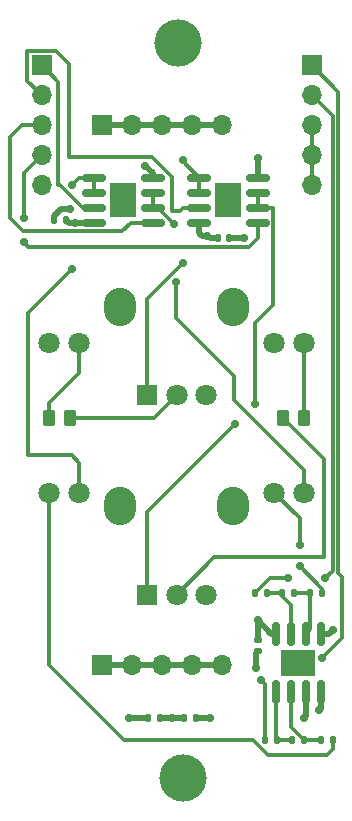
<source format=gbr>
%TF.GenerationSoftware,KiCad,Pcbnew,8.0.5*%
%TF.CreationDate,2024-11-14T15:36:57+05:30*%
%TF.ProjectId,v2ca,76326361-2e6b-4696-9361-645f70636258,rev?*%
%TF.SameCoordinates,Original*%
%TF.FileFunction,Copper,L1,Top*%
%TF.FilePolarity,Positive*%
%FSLAX46Y46*%
G04 Gerber Fmt 4.6, Leading zero omitted, Abs format (unit mm)*
G04 Created by KiCad (PCBNEW 8.0.5) date 2024-11-14 15:36:57*
%MOMM*%
%LPD*%
G01*
G04 APERTURE LIST*
G04 Aperture macros list*
%AMRoundRect*
0 Rectangle with rounded corners*
0 $1 Rounding radius*
0 $2 $3 $4 $5 $6 $7 $8 $9 X,Y pos of 4 corners*
0 Add a 4 corners polygon primitive as box body*
4,1,4,$2,$3,$4,$5,$6,$7,$8,$9,$2,$3,0*
0 Add four circle primitives for the rounded corners*
1,1,$1+$1,$2,$3*
1,1,$1+$1,$4,$5*
1,1,$1+$1,$6,$7*
1,1,$1+$1,$8,$9*
0 Add four rect primitives between the rounded corners*
20,1,$1+$1,$2,$3,$4,$5,0*
20,1,$1+$1,$4,$5,$6,$7,0*
20,1,$1+$1,$6,$7,$8,$9,0*
20,1,$1+$1,$8,$9,$2,$3,0*%
G04 Aperture macros list end*
%TA.AperFunction,SMDPad,CuDef*%
%ADD10RoundRect,0.150000X-0.825000X-0.150000X0.825000X-0.150000X0.825000X0.150000X-0.825000X0.150000X0*%
%TD*%
%TA.AperFunction,HeatsinkPad*%
%ADD11R,2.290000X3.000000*%
%TD*%
%TA.AperFunction,ComponentPad*%
%ADD12C,1.800000*%
%TD*%
%TA.AperFunction,SMDPad,CuDef*%
%ADD13RoundRect,0.150000X0.150000X-0.825000X0.150000X0.825000X-0.150000X0.825000X-0.150000X-0.825000X0*%
%TD*%
%TA.AperFunction,HeatsinkPad*%
%ADD14R,3.000000X2.290000*%
%TD*%
%TA.AperFunction,ComponentPad*%
%ADD15R,1.800000X1.800000*%
%TD*%
%TA.AperFunction,ComponentPad*%
%ADD16O,2.720000X3.240000*%
%TD*%
%TA.AperFunction,SMDPad,CuDef*%
%ADD17RoundRect,0.135000X0.135000X0.185000X-0.135000X0.185000X-0.135000X-0.185000X0.135000X-0.185000X0*%
%TD*%
%TA.AperFunction,SMDPad,CuDef*%
%ADD18RoundRect,0.250000X-0.262500X-0.450000X0.262500X-0.450000X0.262500X0.450000X-0.262500X0.450000X0*%
%TD*%
%TA.AperFunction,SMDPad,CuDef*%
%ADD19RoundRect,0.250000X0.262500X0.450000X-0.262500X0.450000X-0.262500X-0.450000X0.262500X-0.450000X0*%
%TD*%
%TA.AperFunction,ComponentPad*%
%ADD20R,1.700000X1.700000*%
%TD*%
%TA.AperFunction,ComponentPad*%
%ADD21O,1.700000X1.700000*%
%TD*%
%TA.AperFunction,SMDPad,CuDef*%
%ADD22RoundRect,0.140000X-0.140000X-0.170000X0.140000X-0.170000X0.140000X0.170000X-0.140000X0.170000X0*%
%TD*%
%TA.AperFunction,SMDPad,CuDef*%
%ADD23RoundRect,0.140000X0.140000X0.170000X-0.140000X0.170000X-0.140000X-0.170000X0.140000X-0.170000X0*%
%TD*%
%TA.AperFunction,SMDPad,CuDef*%
%ADD24RoundRect,0.140000X-0.170000X0.140000X-0.170000X-0.140000X0.170000X-0.140000X0.170000X0.140000X0*%
%TD*%
%TA.AperFunction,ViaPad*%
%ADD25C,0.700000*%
%TD*%
%TA.AperFunction,ViaPad*%
%ADD26C,4.000000*%
%TD*%
%TA.AperFunction,Conductor*%
%ADD27C,0.300000*%
%TD*%
%TA.AperFunction,Conductor*%
%ADD28C,0.500000*%
%TD*%
G04 APERTURE END LIST*
D10*
%TO.P,U5,1*%
%TO.N,Net-(U5A--)*%
X55245000Y-55245000D03*
%TO.P,U5,2,-*%
X55245000Y-56515000D03*
%TO.P,U5,3,+*%
%TO.N,V1_IN*%
X55245000Y-57785000D03*
%TO.P,U5,4,V-*%
%TO.N,GND*%
X55245000Y-59055000D03*
%TO.P,U5,5,+*%
%TO.N,V2_IN*%
X60195000Y-59055000D03*
%TO.P,U5,6,-*%
%TO.N,Net-(U5B--)*%
X60195000Y-57785000D03*
%TO.P,U5,7*%
X60195000Y-56515000D03*
%TO.P,U5,8,V+*%
%TO.N,+5V*%
X60195000Y-55245000D03*
D11*
%TO.P,U5,9*%
%TO.N,N/C*%
X57720000Y-57150000D03*
%TD*%
D10*
%TO.P,U4,1*%
%TO.N,Net-(U4A--)*%
X64135000Y-55245000D03*
%TO.P,U4,2,-*%
X64135000Y-56515000D03*
%TO.P,U4,3,+*%
%TO.N,CV1_IN*%
X64135000Y-57785000D03*
%TO.P,U4,4,V-*%
%TO.N,GND*%
X64135000Y-59055000D03*
%TO.P,U4,5,+*%
%TO.N,CV2_IN*%
X69085000Y-59055000D03*
%TO.P,U4,6,-*%
%TO.N,Net-(U4B--)*%
X69085000Y-57785000D03*
%TO.P,U4,7*%
X69085000Y-56515000D03*
%TO.P,U4,8,V+*%
%TO.N,+5V*%
X69085000Y-55245000D03*
D11*
%TO.P,U4,9*%
%TO.N,N/C*%
X66610000Y-57150000D03*
%TD*%
D12*
%TO.P,U3,1,-*%
%TO.N,GND*%
X70485000Y-69215000D03*
%TO.P,U3,2,+*%
%TO.N,Net-(U3-+)*%
X73025000Y-69215000D03*
%TO.P,U3,3*%
%TO.N,Net-(R9-Pad1)*%
X70485000Y-81915000D03*
%TO.P,U3,4*%
%TO.N,Net-(U5B--)*%
X73025000Y-81915000D03*
%TD*%
D13*
%TO.P,U2,1*%
%TO.N,Net-(R2-Pad1)*%
X70600000Y-98803000D03*
%TO.P,U2,2,-*%
%TO.N,Net-(U2A--)*%
X71870000Y-98803000D03*
%TO.P,U2,3,+*%
%TO.N,+2.5V*%
X73140000Y-98803000D03*
%TO.P,U2,4,V-*%
%TO.N,GND*%
X74410000Y-98803000D03*
%TO.P,U2,5,+*%
%TO.N,+2.5V*%
X74410000Y-93853000D03*
%TO.P,U2,6,-*%
%TO.N,Net-(U2B--)*%
X73140000Y-93853000D03*
%TO.P,U2,7*%
%TO.N,Net-(R10-Pad2)*%
X71870000Y-93853000D03*
%TO.P,U2,8,V+*%
%TO.N,+5V*%
X70600000Y-93853000D03*
D14*
%TO.P,U2,9*%
%TO.N,N/C*%
X72505000Y-96328000D03*
%TD*%
D12*
%TO.P,U1,1,-*%
%TO.N,GND*%
X51435000Y-69215000D03*
%TO.P,U1,2,+*%
%TO.N,Net-(U1-+)*%
X53975000Y-69215000D03*
%TO.P,U1,3*%
%TO.N,Net-(R3-Pad1)*%
X51435000Y-81915000D03*
%TO.P,U1,4*%
%TO.N,Net-(U5A--)*%
X53975000Y-81915000D03*
%TD*%
D15*
%TO.P,RV2,1,1*%
%TO.N,Net-(U4B--)*%
X59730000Y-90561000D03*
D12*
%TO.P,RV2,3,3*%
%TO.N,unconnected-(RV2-Pad3)*%
X64730000Y-90561000D03*
%TO.P,RV2,2,2*%
%TO.N,Net-(R7-Pad1)*%
X62230000Y-90561000D03*
D16*
%TO.P,RV2,*%
%TO.N,*%
X67030000Y-83061000D03*
X57430000Y-83061000D03*
%TD*%
D15*
%TO.P,RV1,1,1*%
%TO.N,Net-(U4A--)*%
X59730000Y-73670000D03*
D12*
%TO.P,RV1,3,3*%
%TO.N,unconnected-(RV1-Pad3)*%
X64730000Y-73670000D03*
%TO.P,RV1,2,2*%
%TO.N,Net-(R1-Pad1)*%
X62230000Y-73670000D03*
D16*
%TO.P,RV1,*%
%TO.N,*%
X67030000Y-66170000D03*
X57430000Y-66170000D03*
%TD*%
D17*
%TO.P,R10,1*%
%TO.N,Net-(U2B--)*%
X72140000Y-90424000D03*
%TO.P,R10,2*%
%TO.N,Net-(R10-Pad2)*%
X71120000Y-90424000D03*
%TD*%
%TO.P,R9,1*%
%TO.N,Net-(R9-Pad1)*%
X74551000Y-90424000D03*
%TO.P,R9,2*%
%TO.N,Net-(U2B--)*%
X73531000Y-90424000D03*
%TD*%
%TO.P,R8,1*%
%TO.N,Net-(R10-Pad2)*%
X69852000Y-90424000D03*
%TO.P,R8,2*%
%TO.N,V2_OUT*%
X68832000Y-90424000D03*
%TD*%
D18*
%TO.P,R7,1*%
%TO.N,Net-(R7-Pad1)*%
X71200000Y-75565000D03*
%TO.P,R7,2*%
%TO.N,Net-(U3-+)*%
X73025000Y-75565000D03*
%TD*%
D17*
%TO.P,R6,2*%
%TO.N,GND*%
X59817000Y-100965000D03*
%TO.P,R6,1*%
%TO.N,+2.5V*%
X60837000Y-100965000D03*
%TD*%
%TO.P,R5,2*%
%TO.N,+2.5V*%
X62863000Y-100965000D03*
%TO.P,R5,1*%
%TO.N,+5V*%
X63883000Y-100965000D03*
%TD*%
%TO.P,R4,1*%
%TO.N,Net-(U2A--)*%
X73025000Y-102870000D03*
%TO.P,R4,2*%
%TO.N,Net-(R2-Pad1)*%
X72005000Y-102870000D03*
%TD*%
%TO.P,R3,2*%
%TO.N,Net-(U2A--)*%
X74418000Y-102870000D03*
%TO.P,R3,1*%
%TO.N,Net-(R3-Pad1)*%
X75438000Y-102870000D03*
%TD*%
%TO.P,R2,1*%
%TO.N,Net-(R2-Pad1)*%
X70715000Y-102867000D03*
%TO.P,R2,2*%
%TO.N,V1_OUT*%
X69695000Y-102867000D03*
%TD*%
D19*
%TO.P,R1,1*%
%TO.N,Net-(R1-Pad1)*%
X53236500Y-75565000D03*
%TO.P,R1,2*%
%TO.N,Net-(U1-+)*%
X51411500Y-75565000D03*
%TD*%
D20*
%TO.P,OUTPUT1,1,Pin_1*%
%TO.N,V1_OUT*%
X73660000Y-45720000D03*
D21*
%TO.P,OUTPUT1,2,Pin_2*%
%TO.N,V2_OUT*%
X73660000Y-48260000D03*
%TO.P,OUTPUT1,3,Pin_3*%
%TO.N,Net-(OUTPUT1-Pin_3)*%
X73660000Y-50800000D03*
%TO.P,OUTPUT1,4,Pin_4*%
X73660000Y-53340000D03*
%TO.P,OUTPUT1,5,Pin_5*%
X73660000Y-55880000D03*
%TD*%
D22*
%TO.P,C3,1*%
%TO.N,+5V*%
X51872000Y-58801000D03*
%TO.P,C3,2*%
%TO.N,GND*%
X52832000Y-58801000D03*
%TD*%
D23*
%TO.P,C2,1*%
%TO.N,+5V*%
X66675000Y-60325000D03*
%TO.P,C2,2*%
%TO.N,GND*%
X65715000Y-60325000D03*
%TD*%
D24*
%TO.P,C1,1*%
%TO.N,+5V*%
X69088000Y-94361000D03*
%TO.P,C1,2*%
%TO.N,GND*%
X69088000Y-95321000D03*
%TD*%
D20*
%TO.P,INPUT1,1,Pin_1*%
%TO.N,V1_IN*%
X50800000Y-45720000D03*
D21*
%TO.P,INPUT1,2,Pin_2*%
%TO.N,CV1_IN*%
X50800000Y-48260000D03*
%TO.P,INPUT1,3,Pin_3*%
%TO.N,V2_IN*%
X50800000Y-50800000D03*
%TO.P,INPUT1,4,Pin_4*%
%TO.N,CV2_IN*%
X50800000Y-53340000D03*
%TO.P,INPUT1,5,Pin_5*%
%TO.N,unconnected-(INPUT1-Pin_5-Pad5)*%
X50800000Y-55880000D03*
%TD*%
D20*
%TO.P,GND1,1,Pin_1*%
%TO.N,GND*%
X55880000Y-96520000D03*
D21*
%TO.P,GND1,2,Pin_2*%
X58420000Y-96520000D03*
%TO.P,GND1,3,Pin_3*%
X60960000Y-96520000D03*
%TO.P,GND1,4,Pin_4*%
X63500000Y-96520000D03*
%TO.P,GND1,5,Pin_5*%
X66040000Y-96520000D03*
%TD*%
D20*
%TO.P,5V1,1,Pin_1*%
%TO.N,+5V*%
X55880000Y-50800000D03*
D21*
%TO.P,5V1,2,Pin_2*%
X58420000Y-50800000D03*
%TO.P,5V1,3,Pin_3*%
X60960000Y-50800000D03*
%TO.P,5V1,4,Pin_4*%
X63500000Y-50800000D03*
%TO.P,5V1,5,Pin_5*%
X66040000Y-50800000D03*
%TD*%
D25*
%TO.N,+2.5V*%
X73025000Y-100965000D03*
X75500000Y-93510000D03*
%TO.N,GND*%
X58166000Y-100965000D03*
%TO.N,+5V*%
X65024000Y-100965000D03*
%TO.N,+2.5V*%
X61849000Y-100965000D03*
%TO.N,GND*%
X68961000Y-96774000D03*
X74295000Y-100330000D03*
%TO.N,+5V*%
X69088000Y-92710000D03*
X53213000Y-57912000D03*
%TO.N,GND*%
X53594000Y-59055000D03*
%TO.N,+5V*%
X59563000Y-54229000D03*
X67945000Y-60325000D03*
%TO.N,GND*%
X64770000Y-60198000D03*
%TO.N,+5V*%
X69088000Y-53594000D03*
%TO.N,Net-(U4B--)*%
X68834000Y-74422000D03*
X67183000Y-76073000D03*
%TO.N,V1_OUT*%
X74555002Y-95885000D03*
X69380000Y-97790000D03*
%TO.N,V2_OUT*%
X74803000Y-89154000D03*
X71628000Y-89154000D03*
%TO.N,Net-(R9-Pad1)*%
X72644000Y-88138000D03*
X72644000Y-86360000D03*
%TO.N,Net-(U5B--)*%
X62038000Y-59182000D03*
X62153475Y-64058475D03*
%TO.N,Net-(U4A--)*%
X62738000Y-53721000D03*
X62738000Y-62484000D03*
%TO.N,Net-(U5A--)*%
X53340000Y-62992000D03*
X53347476Y-55872524D03*
%TO.N,CV2_IN*%
X49276000Y-58674000D03*
X49276000Y-60706000D03*
D26*
%TO.N,*%
X62377580Y-43815000D03*
X62377580Y-43815000D03*
X62784908Y-106045000D03*
X62377580Y-43815000D03*
X62377580Y-43815000D03*
%TD*%
D27*
%TO.N,Net-(U5A--)*%
X53340000Y-62992000D02*
X49657000Y-66675000D01*
X49657000Y-66675000D02*
X49657000Y-78740000D01*
X49657000Y-78740000D02*
X53340000Y-78740000D01*
X53340000Y-78740000D02*
X53975000Y-79375000D01*
X53975000Y-79375000D02*
X53975000Y-81915000D01*
%TO.N,Net-(U1-+)*%
X51411500Y-75565000D02*
X51411500Y-74318500D01*
X51411500Y-74318500D02*
X53975000Y-71755000D01*
X53975000Y-71755000D02*
X53975000Y-69215000D01*
%TO.N,Net-(R3-Pad1)*%
X68688366Y-102870000D02*
X69958366Y-104140000D01*
X51435000Y-96520000D02*
X57785000Y-102870000D01*
X51435000Y-81915000D02*
X51435000Y-96520000D01*
X57785000Y-102870000D02*
X68688366Y-102870000D01*
X75438000Y-103632000D02*
X75438000Y-102870000D01*
X69958366Y-104140000D02*
X74930000Y-104140000D01*
X74930000Y-104140000D02*
X75438000Y-103632000D01*
D28*
%TO.N,+2.5V*%
X73140000Y-100850000D02*
X73025000Y-100965000D01*
X73140000Y-98803000D02*
X73140000Y-100850000D01*
%TO.N,GND*%
X74295000Y-100330000D02*
X74410000Y-100215000D01*
X74410000Y-100215000D02*
X74410000Y-98803000D01*
%TO.N,+2.5V*%
X75157000Y-93853000D02*
X75500000Y-93510000D01*
X74410000Y-93853000D02*
X75157000Y-93853000D01*
D27*
%TO.N,V1_OUT*%
X74555002Y-95885000D02*
X76200000Y-94240002D01*
X76200000Y-94240002D02*
X76200000Y-89004107D01*
X75930000Y-88734107D02*
X75930000Y-47990000D01*
X76200000Y-89004107D02*
X75930000Y-88734107D01*
X75930000Y-47990000D02*
X73660000Y-45720000D01*
%TO.N,Net-(U2A--)*%
X73025000Y-102870000D02*
X71870000Y-101715000D01*
X71870000Y-101715000D02*
X71870000Y-98803000D01*
%TO.N,Net-(R2-Pad1)*%
X70715000Y-102867000D02*
X70600000Y-102752000D01*
X70600000Y-102752000D02*
X70600000Y-98803000D01*
%TO.N,V1_OUT*%
X69380000Y-97790000D02*
X69695000Y-98105000D01*
X69695000Y-98105000D02*
X69695000Y-102867000D01*
%TO.N,Net-(OUTPUT1-Pin_3)*%
X73660000Y-50800000D02*
X73660000Y-55880000D01*
D28*
%TO.N,GND*%
X59817000Y-100965000D02*
X58166000Y-100965000D01*
%TO.N,+5V*%
X63883000Y-100965000D02*
X65024000Y-100965000D01*
%TO.N,+2.5V*%
X61849000Y-100965000D02*
X60837000Y-100965000D01*
X62863000Y-100965000D02*
X61849000Y-100965000D01*
%TO.N,GND*%
X68961000Y-96774000D02*
X68961000Y-95448000D01*
X68961000Y-95448000D02*
X69088000Y-95321000D01*
%TO.N,+5V*%
X69088000Y-92710000D02*
X69088000Y-94361000D01*
X69088000Y-92710000D02*
X70231000Y-93853000D01*
X70231000Y-93853000D02*
X70600000Y-93853000D01*
X52451001Y-57912000D02*
X53213000Y-57912000D01*
X51872000Y-58491001D02*
X52451001Y-57912000D01*
X51872000Y-58801000D02*
X51872000Y-58491001D01*
%TO.N,GND*%
X53594000Y-59055000D02*
X53086000Y-59055000D01*
X55245000Y-59055000D02*
X53594000Y-59055000D01*
X53086000Y-59055000D02*
X52832000Y-58801000D01*
%TO.N,+5V*%
X60195000Y-54861000D02*
X59563000Y-54229000D01*
X60195000Y-55245000D02*
X60195000Y-54861000D01*
X66675000Y-60325000D02*
X67945000Y-60325000D01*
D27*
%TO.N,CV2_IN*%
X49276000Y-60706000D02*
X49657000Y-61087000D01*
X49657000Y-61087000D02*
X68326000Y-61087000D01*
X68326000Y-61087000D02*
X69085000Y-60328000D01*
X69085000Y-60328000D02*
X69085000Y-59055000D01*
D28*
%TO.N,GND*%
X64770000Y-60198000D02*
X64897000Y-60198000D01*
X64135000Y-59944000D02*
X64389000Y-60198000D01*
X64135000Y-59055000D02*
X64135000Y-59944000D01*
X64389000Y-60198000D02*
X64770000Y-60198000D01*
X65024000Y-60325000D02*
X65715000Y-60325000D01*
X64897000Y-60198000D02*
X65024000Y-60325000D01*
%TO.N,+5V*%
X69085000Y-53597000D02*
X69088000Y-53594000D01*
X69085000Y-55245000D02*
X69085000Y-53597000D01*
D27*
%TO.N,Net-(U4B--)*%
X68834000Y-67564000D02*
X70410000Y-65988000D01*
X59730000Y-83526000D02*
X67183000Y-76073000D01*
X59730000Y-90561000D02*
X59730000Y-83526000D01*
X68834000Y-74422000D02*
X68834000Y-67564000D01*
X70410000Y-65988000D02*
X70410000Y-57837000D01*
X70410000Y-57837000D02*
X70358000Y-57785000D01*
X70358000Y-57785000D02*
X69085000Y-57785000D01*
%TO.N,Net-(R2-Pad1)*%
X72005000Y-102870000D02*
X70718000Y-102870000D01*
X70718000Y-102870000D02*
X70715000Y-102867000D01*
%TO.N,Net-(U2A--)*%
X74418000Y-102870000D02*
X73025000Y-102870000D01*
%TO.N,Net-(R7-Pad1)*%
X71200000Y-75565000D02*
X74676000Y-79041000D01*
X74676000Y-79041000D02*
X74676000Y-87376000D01*
X65415000Y-87376000D02*
X62230000Y-90561000D01*
X74676000Y-87376000D02*
X65415000Y-87376000D01*
%TO.N,V2_OUT*%
X70102000Y-89154000D02*
X71628000Y-89154000D01*
X68832000Y-90424000D02*
X70102000Y-89154000D01*
X75430000Y-88527000D02*
X75430000Y-50030000D01*
X74803000Y-89154000D02*
X75430000Y-88527000D01*
X75430000Y-50030000D02*
X73660000Y-48260000D01*
%TO.N,Net-(R10-Pad2)*%
X70866000Y-90424000D02*
X69852000Y-90424000D01*
X71120000Y-90424000D02*
X70866000Y-90424000D01*
X70866000Y-90424000D02*
X71870000Y-91428000D01*
X71870000Y-91428000D02*
X71870000Y-93853000D01*
%TO.N,Net-(U2B--)*%
X73531000Y-90424000D02*
X73531000Y-93462000D01*
X73531000Y-93462000D02*
X73140000Y-93853000D01*
X73531000Y-90424000D02*
X72140000Y-90424000D01*
%TO.N,Net-(R9-Pad1)*%
X72644000Y-88138000D02*
X74551000Y-90045000D01*
X74551000Y-90045000D02*
X74551000Y-90424000D01*
X70485000Y-81915000D02*
X72644000Y-84074000D01*
X72644000Y-84074000D02*
X72644000Y-86360000D01*
%TO.N,Net-(U5B--)*%
X62153475Y-64058475D02*
X62153475Y-67106475D01*
X62153475Y-67106475D02*
X67056000Y-72009000D01*
X73025000Y-80010000D02*
X73025000Y-81915000D01*
X67056000Y-72009000D02*
X67056000Y-74041000D01*
X67056000Y-74041000D02*
X73025000Y-80010000D01*
X62038000Y-59182000D02*
X60641000Y-57785000D01*
X60641000Y-57785000D02*
X60195000Y-57785000D01*
%TO.N,Net-(U3-+)*%
X73025000Y-69215000D02*
X73025000Y-75565000D01*
%TO.N,Net-(U4A--)*%
X62738000Y-53721000D02*
X62738000Y-53848000D01*
X62738000Y-53848000D02*
X64135000Y-55245000D01*
%TO.N,CV1_IN*%
X50800000Y-48260000D02*
X49600000Y-47060000D01*
X52000000Y-44520000D02*
X53086000Y-45606000D01*
X60103262Y-53467000D02*
X61849000Y-55212738D01*
X53086000Y-45606000D02*
X53086000Y-53467000D01*
X49600000Y-44520000D02*
X52000000Y-44520000D01*
X49600000Y-47060000D02*
X49600000Y-44520000D01*
X53086000Y-53467000D02*
X60103262Y-53467000D01*
X61849000Y-55212738D02*
X61849000Y-58039000D01*
X61849000Y-58039000D02*
X62484000Y-58039000D01*
X62484000Y-58039000D02*
X62738000Y-57785000D01*
X62738000Y-57785000D02*
X64135000Y-57785000D01*
%TO.N,Net-(U4A--)*%
X59730000Y-65492000D02*
X62738000Y-62484000D01*
X59730000Y-73670000D02*
X59730000Y-65492000D01*
%TO.N,Net-(R1-Pad1)*%
X53236500Y-75565000D02*
X60335000Y-75565000D01*
X60335000Y-75565000D02*
X62230000Y-73670000D01*
%TO.N,Net-(U5A--)*%
X55245000Y-55245000D02*
X53975000Y-55245000D01*
X53975000Y-55245000D02*
X53347476Y-55872524D01*
%TO.N,Net-(U4B--)*%
X69085000Y-56515000D02*
X69085000Y-57785000D01*
%TO.N,Net-(U4A--)*%
X64135000Y-56515000D02*
X64135000Y-55245000D01*
%TO.N,Net-(U5B--)*%
X60195000Y-56515000D02*
X60195000Y-57785000D01*
%TO.N,Net-(U5A--)*%
X55245000Y-56515000D02*
X55245000Y-55245000D01*
%TO.N,V1_IN*%
X50800000Y-45720000D02*
X52197000Y-47117000D01*
X52197000Y-47117000D02*
X52197000Y-55880000D01*
X54270001Y-57785000D02*
X55245000Y-57785000D01*
X52197000Y-55880000D02*
X52365001Y-55880000D01*
X52365001Y-55880000D02*
X54270001Y-57785000D01*
%TO.N,CV2_IN*%
X49276000Y-54864000D02*
X49276000Y-58674000D01*
X50800000Y-53340000D02*
X49276000Y-54864000D01*
%TO.N,V2_IN*%
X50800000Y-50800000D02*
X49149000Y-50800000D01*
X49245077Y-59786077D02*
X57627077Y-59786077D01*
X58358154Y-59055000D02*
X60195000Y-59055000D01*
X49149000Y-50800000D02*
X48133000Y-51816000D01*
X57627077Y-59786077D02*
X58358154Y-59055000D01*
X48133000Y-51816000D02*
X48133000Y-58674000D01*
X48133000Y-58674000D02*
X49245077Y-59786077D01*
D28*
%TO.N,GND*%
X55880000Y-96520000D02*
X66040000Y-96520000D01*
%TO.N,+5V*%
X55880000Y-50800000D02*
X66040000Y-50800000D01*
%TD*%
M02*

</source>
